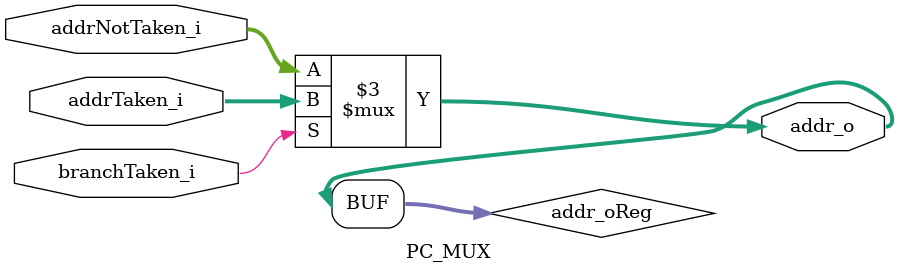
<source format=v>
module PC_MUX
(
	branchTaken_i,
	addrNotTaken_i,
	addrTaken_i,
	addr_o
);

input branchTaken_i;
input [31:0] addrNotTaken_i;
input [31:0] addrTaken_i;
output [31:0] addr_o;

reg [31:0] addr_oReg;
assign addr_o = addr_oReg;

//always @(addrTaken_i and addrNotTaken_i) begin
always @* begin

	if(branchTaken_i) begin
		addr_oReg = addrTaken_i;
	end
	else begin
		addr_oReg = addrNotTaken_i;
	end
end

endmodule

</source>
